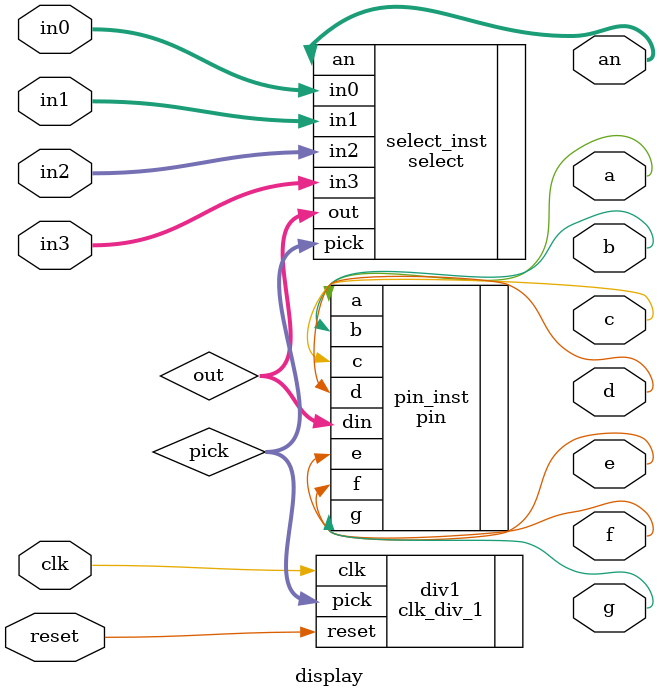
<source format=v>
module display(
    input clk,
    input reset,
    input [3:0] in3,  
    input [3:0] in2,
    input [3:0] in1,
    input [3:0] in0,  
    output [3:0] an,  
    output a,b,c,d,e,f,g  
);
    wire [1:0] pick;  
    wire [3:0] out;  
    
    clk_div_1 div1(
        .clk(clk),
        .reset(reset),  
        .pick(pick)
    );
    
    select select_inst(
        .in3(in3),
        .in2(in2),
        .in1(in1),
        .in0(in0),
        .pick(pick),
        .an(an),
        .out(out)
    );
    
    pin pin_inst(
        .din(out),
        .a(a),.b(b),.c(c),.d(d),.e(e),.f(f),.g(g)
    );
endmodule

</source>
